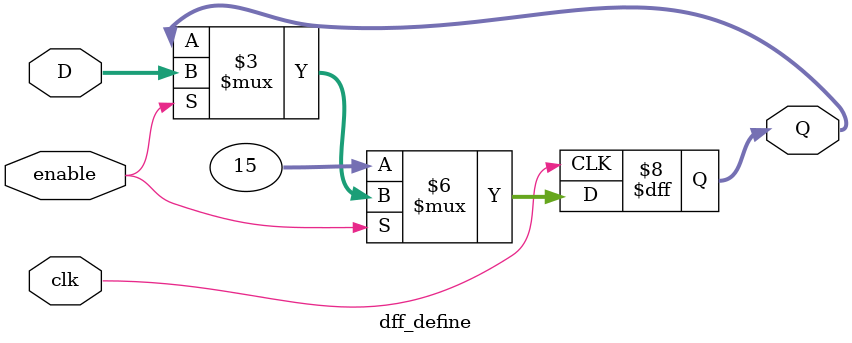
<source format=v>
module dff_define #(parameter WIDTH = 32, parameter val_def = 4'hf )(Q, clk, D,enable);
  //parameter WIDTH=32;

   output reg [WIDTH-1:0] Q;
   input  clk;
   input [WIDTH-1:0]  D;
	input enable;
	
always @(posedge clk) begin
    
	if(~enable)
			Q<=val_def;
	else if (enable)
			Q<=D;
    

end


endmodule
</source>
